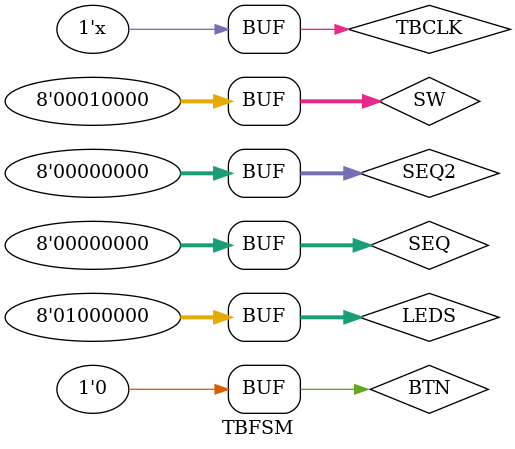
<source format=sv>
`timescale 1ns / 1ps


module TBFSM(); //in/out
    logic BTN;
    logic [7:0] LEDS;
    logic [7:0] SW;
    logic [7:0] SEQ = 0;
    logic [7:0] SEQ2 = 0; 
    logic TBCLK;
    logic TBZ;
    
    
    //set up UUT connection
    SEQ_DTR UUT (.CLK(TBCLK), .BTN(BTN), .Z(TBZ), .LEDS(LEDS), .SEQ(SEQ), .SW(SW), .SEQ2(SEQ2)); 
    
    //clock signal
    initial begin
        TBCLK = 0;
    end
    
    always begin
        #5 TBCLK = ~TBCLK;
    end
    
    //test cases
    always begin
      
    // button pressed on time
      
        LEDS = 8'b10000000;
        BTN = 0;
        SW = 8'b00010000;
        
   #10  LEDS = 8'b01000000;
        BTN = 0;
        SW = 8'b00010000;
        
   #10  LEDS = 8'b00100000;
        BTN = 1;
        SW = 8'b00010000;
             
   #10  LEDS = 8'b00010000;
        BTN = 0;
        SW = 8'b00010000;
   
   #10  LEDS = 8'b00001000;
        BTN = 0;
        SW = 8'b00010000;
   
   #10  LEDS = 8'b00000100;
        BTN = 0;
        SW = 8'b00010000;             
        
   #10  LEDS = 8'b00000010;
        BTN = 0;
        SW = 8'b00010000;
        
   #10  LEDS = 8'b00000001;
        BTN = 0;
        
             
   #10  LEDS = 8'b01000000;
        BTN = 0;
        
   //button not pressed on time
        
   #10  LEDS = 8'b10000000;
        BTN = 0;
        SW = 8'b00010000;
        
   #10  LEDS = 8'b01000000;
        BTN = 0;
        SW = 8'b00010000;
        
   #10  LEDS = 8'b00100000;
        BTN = 0;
        SW = 8'b00010000;
             
   #10  LEDS = 8'b00010000;
        BTN = 0;
        SW = 8'b00010000;
   
   #10  LEDS = 8'b00001000;
        BTN = 1;
        SW = 8'b00010000;
   
   #10  LEDS = 8'b00000100;
        BTN = 0;
        SW = 8'b00010000;             
        
   #10  LEDS = 8'b00000010;
        BTN = 0;
        SW = 8'b00010000;
        
   #10  LEDS = 8'b00000001;
        BTN = 0;
        
             
   #10  LEDS = 8'b01000000;
        BTN = 0;
             
    end   
    
endmodule

</source>
